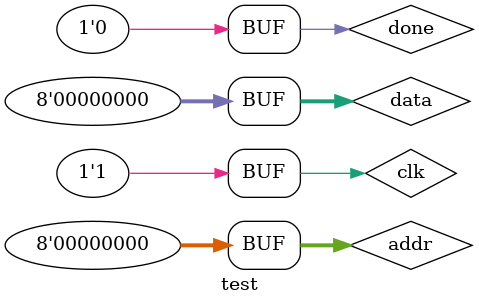
<source format=v>
module test ;
    reg [7:0] addr,data;
    reg done,clk;

    instReg R(clk,rst,addr,data,done,out);

    initial begin
        $dumpfile("GTK.vcd");
        $dumpvars(1,test);
    end

    initial begin
        clk = 0;
        #1 clk = ~clk;
    end


    initial begin
        addr = 8'b00000000; data = 8'b00000000; done = 1; #1 done = 0;
    end
endmodule
</source>
